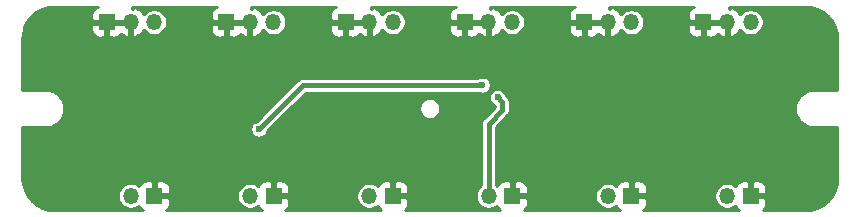
<source format=gbl>
%TF.GenerationSoftware,KiCad,Pcbnew,(5.1.6)-1*%
%TF.CreationDate,2020-09-18T10:34:42+08:00*%
%TF.ProjectId,Nu Multi Board,4e75204d-756c-4746-9920-426f6172642e,rev?*%
%TF.SameCoordinates,Original*%
%TF.FileFunction,Copper,L2,Bot*%
%TF.FilePolarity,Positive*%
%FSLAX46Y46*%
G04 Gerber Fmt 4.6, Leading zero omitted, Abs format (unit mm)*
G04 Created by KiCad (PCBNEW (5.1.6)-1) date 2020-09-18 10:34:42*
%MOMM*%
%LPD*%
G01*
G04 APERTURE LIST*
%TA.AperFunction,ComponentPad*%
%ADD10R,1.350000X1.350000*%
%TD*%
%TA.AperFunction,ComponentPad*%
%ADD11O,1.350000X1.350000*%
%TD*%
%TA.AperFunction,ViaPad*%
%ADD12C,0.600000*%
%TD*%
%TA.AperFunction,Conductor*%
%ADD13C,0.408400*%
%TD*%
%TA.AperFunction,Conductor*%
%ADD14C,0.254000*%
%TD*%
G04 APERTURE END LIST*
D10*
%TO.P,J1,1*%
%TO.N,GND*%
X157610000Y-101470000D03*
D11*
%TO.P,J1,2*%
%TO.N,Net-(J1-Pad2)*%
X155610000Y-101470000D03*
%TD*%
D10*
%TO.P,J2,1*%
%TO.N,GND*%
X153600000Y-86750000D03*
D11*
%TO.P,J2,2*%
X155600000Y-86750000D03*
%TO.P,J2,3*%
%TO.N,V+*%
X157600000Y-86750000D03*
%TD*%
D10*
%TO.P,J3,1*%
%TO.N,GND*%
X147510000Y-101470000D03*
D11*
%TO.P,J3,2*%
%TO.N,Net-(J13-Pad6)*%
X145510000Y-101470000D03*
%TD*%
D10*
%TO.P,J4,1*%
%TO.N,GND*%
X143500000Y-86750000D03*
D11*
%TO.P,J4,2*%
X145500000Y-86750000D03*
%TO.P,J4,3*%
%TO.N,V+*%
X147500000Y-86750000D03*
%TD*%
D10*
%TO.P,J5,1*%
%TO.N,GND*%
X137410000Y-101470000D03*
D11*
%TO.P,J5,2*%
%TO.N,Net-(J13-Pad5)*%
X135410000Y-101470000D03*
%TD*%
D10*
%TO.P,J6,1*%
%TO.N,GND*%
X133400000Y-86750000D03*
D11*
%TO.P,J6,2*%
X135400000Y-86750000D03*
%TO.P,J6,3*%
%TO.N,V+*%
X137400000Y-86750000D03*
%TD*%
D10*
%TO.P,J7,1*%
%TO.N,GND*%
X127310000Y-101470000D03*
D11*
%TO.P,J7,2*%
%TO.N,Net-(J13-Pad4)*%
X125310000Y-101470000D03*
%TD*%
D10*
%TO.P,J8,1*%
%TO.N,GND*%
X123300000Y-86750000D03*
D11*
%TO.P,J8,2*%
X125300000Y-86750000D03*
%TO.P,J8,3*%
%TO.N,V+*%
X127300000Y-86750000D03*
%TD*%
D10*
%TO.P,J9,1*%
%TO.N,GND*%
X117210000Y-101470000D03*
D11*
%TO.P,J9,2*%
%TO.N,Net-(J13-Pad3)*%
X115210000Y-101470000D03*
%TD*%
D10*
%TO.P,J10,1*%
%TO.N,GND*%
X113200000Y-86750000D03*
D11*
%TO.P,J10,2*%
X115200000Y-86750000D03*
%TO.P,J10,3*%
%TO.N,V+*%
X117200000Y-86750000D03*
%TD*%
D10*
%TO.P,J11,1*%
%TO.N,GND*%
X167710000Y-101470000D03*
D11*
%TO.P,J11,2*%
%TO.N,Net-(J11-Pad2)*%
X165710000Y-101470000D03*
%TD*%
D10*
%TO.P,J12,1*%
%TO.N,GND*%
X163700000Y-86750000D03*
D11*
%TO.P,J12,2*%
X165700000Y-86750000D03*
%TO.P,J12,3*%
%TO.N,V+*%
X167700000Y-86750000D03*
%TD*%
D12*
%TO.N,Net-(J13-Pad6)*%
X146270000Y-93120000D03*
%TO.N,Net-(J13-Pad4)*%
X144970000Y-92090000D03*
X126070000Y-95820000D03*
%TD*%
D13*
%TO.N,Net-(J13-Pad6)*%
X145510000Y-101470000D02*
X145510000Y-95360000D01*
X146690000Y-93540000D02*
X146270000Y-93120000D01*
X146690000Y-94180000D02*
X146690000Y-93540000D01*
X145510000Y-95360000D02*
X146690000Y-94180000D01*
%TO.N,Net-(J13-Pad4)*%
X129800000Y-92090000D02*
X144970000Y-92090000D01*
X126070000Y-95820000D02*
X129800000Y-92090000D01*
%TD*%
D14*
%TO.N,GND*%
G36*
X112400518Y-85449188D02*
G01*
X112280820Y-85485498D01*
X112170506Y-85544463D01*
X112073815Y-85623815D01*
X111994463Y-85720506D01*
X111935498Y-85830820D01*
X111899188Y-85950518D01*
X111886928Y-86075000D01*
X111890000Y-86464250D01*
X112048750Y-86623000D01*
X113073000Y-86623000D01*
X113073000Y-86603000D01*
X113327000Y-86603000D01*
X113327000Y-86623000D01*
X115073000Y-86623000D01*
X115073000Y-86603000D01*
X115327000Y-86603000D01*
X115327000Y-86623000D01*
X115347000Y-86623000D01*
X115347000Y-86877000D01*
X115327000Y-86877000D01*
X115327000Y-87894224D01*
X115529400Y-88017910D01*
X115630528Y-87987238D01*
X115863629Y-87879473D01*
X116071227Y-87728303D01*
X116245344Y-87539537D01*
X116320281Y-87416955D01*
X116344021Y-87452484D01*
X116497516Y-87605979D01*
X116678007Y-87726580D01*
X116878558Y-87809651D01*
X117091462Y-87852000D01*
X117308538Y-87852000D01*
X117521442Y-87809651D01*
X117721993Y-87726580D01*
X117902484Y-87605979D01*
X118055979Y-87452484D01*
X118074343Y-87425000D01*
X121986928Y-87425000D01*
X121999188Y-87549482D01*
X122035498Y-87669180D01*
X122094463Y-87779494D01*
X122173815Y-87876185D01*
X122270506Y-87955537D01*
X122380820Y-88014502D01*
X122500518Y-88050812D01*
X122625000Y-88063072D01*
X123014250Y-88060000D01*
X123173000Y-87901250D01*
X123173000Y-86877000D01*
X123427000Y-86877000D01*
X123427000Y-87901250D01*
X123585750Y-88060000D01*
X123975000Y-88063072D01*
X124099482Y-88050812D01*
X124219180Y-88014502D01*
X124329494Y-87955537D01*
X124426185Y-87876185D01*
X124503119Y-87782441D01*
X124636371Y-87879473D01*
X124869472Y-87987238D01*
X124970600Y-88017910D01*
X125173000Y-87894224D01*
X125173000Y-86877000D01*
X123427000Y-86877000D01*
X123173000Y-86877000D01*
X122148750Y-86877000D01*
X121990000Y-87035750D01*
X121986928Y-87425000D01*
X118074343Y-87425000D01*
X118176580Y-87271993D01*
X118259651Y-87071442D01*
X118302000Y-86858538D01*
X118302000Y-86641462D01*
X118259651Y-86428558D01*
X118176580Y-86228007D01*
X118055979Y-86047516D01*
X117902484Y-85894021D01*
X117721993Y-85773420D01*
X117521442Y-85690349D01*
X117308538Y-85648000D01*
X117091462Y-85648000D01*
X116878558Y-85690349D01*
X116678007Y-85773420D01*
X116497516Y-85894021D01*
X116344021Y-86047516D01*
X116320281Y-86083045D01*
X116245344Y-85960463D01*
X116071227Y-85771697D01*
X115863629Y-85620527D01*
X115630528Y-85512762D01*
X115529400Y-85482090D01*
X115327002Y-85605775D01*
X115327002Y-85447000D01*
X122522734Y-85447000D01*
X122500518Y-85449188D01*
X122380820Y-85485498D01*
X122270506Y-85544463D01*
X122173815Y-85623815D01*
X122094463Y-85720506D01*
X122035498Y-85830820D01*
X121999188Y-85950518D01*
X121986928Y-86075000D01*
X121990000Y-86464250D01*
X122148750Y-86623000D01*
X123173000Y-86623000D01*
X123173000Y-86603000D01*
X123427000Y-86603000D01*
X123427000Y-86623000D01*
X125173000Y-86623000D01*
X125173000Y-86603000D01*
X125427000Y-86603000D01*
X125427000Y-86623000D01*
X125447000Y-86623000D01*
X125447000Y-86877000D01*
X125427000Y-86877000D01*
X125427000Y-87894224D01*
X125629400Y-88017910D01*
X125730528Y-87987238D01*
X125963629Y-87879473D01*
X126171227Y-87728303D01*
X126345344Y-87539537D01*
X126420281Y-87416955D01*
X126444021Y-87452484D01*
X126597516Y-87605979D01*
X126778007Y-87726580D01*
X126978558Y-87809651D01*
X127191462Y-87852000D01*
X127408538Y-87852000D01*
X127621442Y-87809651D01*
X127821993Y-87726580D01*
X128002484Y-87605979D01*
X128155979Y-87452484D01*
X128174343Y-87425000D01*
X132086928Y-87425000D01*
X132099188Y-87549482D01*
X132135498Y-87669180D01*
X132194463Y-87779494D01*
X132273815Y-87876185D01*
X132370506Y-87955537D01*
X132480820Y-88014502D01*
X132600518Y-88050812D01*
X132725000Y-88063072D01*
X133114250Y-88060000D01*
X133273000Y-87901250D01*
X133273000Y-86877000D01*
X133527000Y-86877000D01*
X133527000Y-87901250D01*
X133685750Y-88060000D01*
X134075000Y-88063072D01*
X134199482Y-88050812D01*
X134319180Y-88014502D01*
X134429494Y-87955537D01*
X134526185Y-87876185D01*
X134603119Y-87782441D01*
X134736371Y-87879473D01*
X134969472Y-87987238D01*
X135070600Y-88017910D01*
X135273000Y-87894224D01*
X135273000Y-86877000D01*
X133527000Y-86877000D01*
X133273000Y-86877000D01*
X132248750Y-86877000D01*
X132090000Y-87035750D01*
X132086928Y-87425000D01*
X128174343Y-87425000D01*
X128276580Y-87271993D01*
X128359651Y-87071442D01*
X128402000Y-86858538D01*
X128402000Y-86641462D01*
X128359651Y-86428558D01*
X128276580Y-86228007D01*
X128155979Y-86047516D01*
X128002484Y-85894021D01*
X127821993Y-85773420D01*
X127621442Y-85690349D01*
X127408538Y-85648000D01*
X127191462Y-85648000D01*
X126978558Y-85690349D01*
X126778007Y-85773420D01*
X126597516Y-85894021D01*
X126444021Y-86047516D01*
X126420281Y-86083045D01*
X126345344Y-85960463D01*
X126171227Y-85771697D01*
X125963629Y-85620527D01*
X125730528Y-85512762D01*
X125629400Y-85482090D01*
X125427002Y-85605775D01*
X125427002Y-85447000D01*
X132622734Y-85447000D01*
X132600518Y-85449188D01*
X132480820Y-85485498D01*
X132370506Y-85544463D01*
X132273815Y-85623815D01*
X132194463Y-85720506D01*
X132135498Y-85830820D01*
X132099188Y-85950518D01*
X132086928Y-86075000D01*
X132090000Y-86464250D01*
X132248750Y-86623000D01*
X133273000Y-86623000D01*
X133273000Y-86603000D01*
X133527000Y-86603000D01*
X133527000Y-86623000D01*
X135273000Y-86623000D01*
X135273000Y-86603000D01*
X135527000Y-86603000D01*
X135527000Y-86623000D01*
X135547000Y-86623000D01*
X135547000Y-86877000D01*
X135527000Y-86877000D01*
X135527000Y-87894224D01*
X135729400Y-88017910D01*
X135830528Y-87987238D01*
X136063629Y-87879473D01*
X136271227Y-87728303D01*
X136445344Y-87539537D01*
X136520281Y-87416955D01*
X136544021Y-87452484D01*
X136697516Y-87605979D01*
X136878007Y-87726580D01*
X137078558Y-87809651D01*
X137291462Y-87852000D01*
X137508538Y-87852000D01*
X137721442Y-87809651D01*
X137921993Y-87726580D01*
X138102484Y-87605979D01*
X138255979Y-87452484D01*
X138274343Y-87425000D01*
X142186928Y-87425000D01*
X142199188Y-87549482D01*
X142235498Y-87669180D01*
X142294463Y-87779494D01*
X142373815Y-87876185D01*
X142470506Y-87955537D01*
X142580820Y-88014502D01*
X142700518Y-88050812D01*
X142825000Y-88063072D01*
X143214250Y-88060000D01*
X143373000Y-87901250D01*
X143373000Y-86877000D01*
X143627000Y-86877000D01*
X143627000Y-87901250D01*
X143785750Y-88060000D01*
X144175000Y-88063072D01*
X144299482Y-88050812D01*
X144419180Y-88014502D01*
X144529494Y-87955537D01*
X144626185Y-87876185D01*
X144703119Y-87782441D01*
X144836371Y-87879473D01*
X145069472Y-87987238D01*
X145170600Y-88017910D01*
X145373000Y-87894224D01*
X145373000Y-86877000D01*
X143627000Y-86877000D01*
X143373000Y-86877000D01*
X142348750Y-86877000D01*
X142190000Y-87035750D01*
X142186928Y-87425000D01*
X138274343Y-87425000D01*
X138376580Y-87271993D01*
X138459651Y-87071442D01*
X138502000Y-86858538D01*
X138502000Y-86641462D01*
X138459651Y-86428558D01*
X138376580Y-86228007D01*
X138255979Y-86047516D01*
X138102484Y-85894021D01*
X137921993Y-85773420D01*
X137721442Y-85690349D01*
X137508538Y-85648000D01*
X137291462Y-85648000D01*
X137078558Y-85690349D01*
X136878007Y-85773420D01*
X136697516Y-85894021D01*
X136544021Y-86047516D01*
X136520281Y-86083045D01*
X136445344Y-85960463D01*
X136271227Y-85771697D01*
X136063629Y-85620527D01*
X135830528Y-85512762D01*
X135729400Y-85482090D01*
X135527002Y-85605775D01*
X135527002Y-85447000D01*
X142722734Y-85447000D01*
X142700518Y-85449188D01*
X142580820Y-85485498D01*
X142470506Y-85544463D01*
X142373815Y-85623815D01*
X142294463Y-85720506D01*
X142235498Y-85830820D01*
X142199188Y-85950518D01*
X142186928Y-86075000D01*
X142190000Y-86464250D01*
X142348750Y-86623000D01*
X143373000Y-86623000D01*
X143373000Y-86603000D01*
X143627000Y-86603000D01*
X143627000Y-86623000D01*
X145373000Y-86623000D01*
X145373000Y-86603000D01*
X145627000Y-86603000D01*
X145627000Y-86623000D01*
X145647000Y-86623000D01*
X145647000Y-86877000D01*
X145627000Y-86877000D01*
X145627000Y-87894224D01*
X145829400Y-88017910D01*
X145930528Y-87987238D01*
X146163629Y-87879473D01*
X146371227Y-87728303D01*
X146545344Y-87539537D01*
X146620281Y-87416955D01*
X146644021Y-87452484D01*
X146797516Y-87605979D01*
X146978007Y-87726580D01*
X147178558Y-87809651D01*
X147391462Y-87852000D01*
X147608538Y-87852000D01*
X147821442Y-87809651D01*
X148021993Y-87726580D01*
X148202484Y-87605979D01*
X148355979Y-87452484D01*
X148374343Y-87425000D01*
X152286928Y-87425000D01*
X152299188Y-87549482D01*
X152335498Y-87669180D01*
X152394463Y-87779494D01*
X152473815Y-87876185D01*
X152570506Y-87955537D01*
X152680820Y-88014502D01*
X152800518Y-88050812D01*
X152925000Y-88063072D01*
X153314250Y-88060000D01*
X153473000Y-87901250D01*
X153473000Y-86877000D01*
X153727000Y-86877000D01*
X153727000Y-87901250D01*
X153885750Y-88060000D01*
X154275000Y-88063072D01*
X154399482Y-88050812D01*
X154519180Y-88014502D01*
X154629494Y-87955537D01*
X154726185Y-87876185D01*
X154803119Y-87782441D01*
X154936371Y-87879473D01*
X155169472Y-87987238D01*
X155270600Y-88017910D01*
X155473000Y-87894224D01*
X155473000Y-86877000D01*
X153727000Y-86877000D01*
X153473000Y-86877000D01*
X152448750Y-86877000D01*
X152290000Y-87035750D01*
X152286928Y-87425000D01*
X148374343Y-87425000D01*
X148476580Y-87271993D01*
X148559651Y-87071442D01*
X148602000Y-86858538D01*
X148602000Y-86641462D01*
X148559651Y-86428558D01*
X148476580Y-86228007D01*
X148355979Y-86047516D01*
X148202484Y-85894021D01*
X148021993Y-85773420D01*
X147821442Y-85690349D01*
X147608538Y-85648000D01*
X147391462Y-85648000D01*
X147178558Y-85690349D01*
X146978007Y-85773420D01*
X146797516Y-85894021D01*
X146644021Y-86047516D01*
X146620281Y-86083045D01*
X146545344Y-85960463D01*
X146371227Y-85771697D01*
X146163629Y-85620527D01*
X145930528Y-85512762D01*
X145829400Y-85482090D01*
X145627002Y-85605775D01*
X145627002Y-85447000D01*
X152822734Y-85447000D01*
X152800518Y-85449188D01*
X152680820Y-85485498D01*
X152570506Y-85544463D01*
X152473815Y-85623815D01*
X152394463Y-85720506D01*
X152335498Y-85830820D01*
X152299188Y-85950518D01*
X152286928Y-86075000D01*
X152290000Y-86464250D01*
X152448750Y-86623000D01*
X153473000Y-86623000D01*
X153473000Y-86603000D01*
X153727000Y-86603000D01*
X153727000Y-86623000D01*
X155473000Y-86623000D01*
X155473000Y-86603000D01*
X155727000Y-86603000D01*
X155727000Y-86623000D01*
X155747000Y-86623000D01*
X155747000Y-86877000D01*
X155727000Y-86877000D01*
X155727000Y-87894224D01*
X155929400Y-88017910D01*
X156030528Y-87987238D01*
X156263629Y-87879473D01*
X156471227Y-87728303D01*
X156645344Y-87539537D01*
X156720281Y-87416955D01*
X156744021Y-87452484D01*
X156897516Y-87605979D01*
X157078007Y-87726580D01*
X157278558Y-87809651D01*
X157491462Y-87852000D01*
X157708538Y-87852000D01*
X157921442Y-87809651D01*
X158121993Y-87726580D01*
X158302484Y-87605979D01*
X158455979Y-87452484D01*
X158474343Y-87425000D01*
X162386928Y-87425000D01*
X162399188Y-87549482D01*
X162435498Y-87669180D01*
X162494463Y-87779494D01*
X162573815Y-87876185D01*
X162670506Y-87955537D01*
X162780820Y-88014502D01*
X162900518Y-88050812D01*
X163025000Y-88063072D01*
X163414250Y-88060000D01*
X163573000Y-87901250D01*
X163573000Y-86877000D01*
X163827000Y-86877000D01*
X163827000Y-87901250D01*
X163985750Y-88060000D01*
X164375000Y-88063072D01*
X164499482Y-88050812D01*
X164619180Y-88014502D01*
X164729494Y-87955537D01*
X164826185Y-87876185D01*
X164903119Y-87782441D01*
X165036371Y-87879473D01*
X165269472Y-87987238D01*
X165370600Y-88017910D01*
X165573000Y-87894224D01*
X165573000Y-86877000D01*
X163827000Y-86877000D01*
X163573000Y-86877000D01*
X162548750Y-86877000D01*
X162390000Y-87035750D01*
X162386928Y-87425000D01*
X158474343Y-87425000D01*
X158576580Y-87271993D01*
X158659651Y-87071442D01*
X158702000Y-86858538D01*
X158702000Y-86641462D01*
X158659651Y-86428558D01*
X158576580Y-86228007D01*
X158455979Y-86047516D01*
X158302484Y-85894021D01*
X158121993Y-85773420D01*
X157921442Y-85690349D01*
X157708538Y-85648000D01*
X157491462Y-85648000D01*
X157278558Y-85690349D01*
X157078007Y-85773420D01*
X156897516Y-85894021D01*
X156744021Y-86047516D01*
X156720281Y-86083045D01*
X156645344Y-85960463D01*
X156471227Y-85771697D01*
X156263629Y-85620527D01*
X156030528Y-85512762D01*
X155929400Y-85482090D01*
X155727002Y-85605775D01*
X155727002Y-85447000D01*
X162922734Y-85447000D01*
X162900518Y-85449188D01*
X162780820Y-85485498D01*
X162670506Y-85544463D01*
X162573815Y-85623815D01*
X162494463Y-85720506D01*
X162435498Y-85830820D01*
X162399188Y-85950518D01*
X162386928Y-86075000D01*
X162390000Y-86464250D01*
X162548750Y-86623000D01*
X163573000Y-86623000D01*
X163573000Y-86603000D01*
X163827000Y-86603000D01*
X163827000Y-86623000D01*
X165573000Y-86623000D01*
X165573000Y-86603000D01*
X165827000Y-86603000D01*
X165827000Y-86623000D01*
X165847000Y-86623000D01*
X165847000Y-86877000D01*
X165827000Y-86877000D01*
X165827000Y-87894224D01*
X166029400Y-88017910D01*
X166130528Y-87987238D01*
X166363629Y-87879473D01*
X166571227Y-87728303D01*
X166745344Y-87539537D01*
X166820281Y-87416955D01*
X166844021Y-87452484D01*
X166997516Y-87605979D01*
X167178007Y-87726580D01*
X167378558Y-87809651D01*
X167591462Y-87852000D01*
X167808538Y-87852000D01*
X168021442Y-87809651D01*
X168221993Y-87726580D01*
X168402484Y-87605979D01*
X168555979Y-87452484D01*
X168676580Y-87271993D01*
X168759651Y-87071442D01*
X168802000Y-86858538D01*
X168802000Y-86641462D01*
X168759651Y-86428558D01*
X168676580Y-86228007D01*
X168555979Y-86047516D01*
X168402484Y-85894021D01*
X168221993Y-85773420D01*
X168021442Y-85690349D01*
X167808538Y-85648000D01*
X167591462Y-85648000D01*
X167378558Y-85690349D01*
X167178007Y-85773420D01*
X166997516Y-85894021D01*
X166844021Y-86047516D01*
X166820281Y-86083045D01*
X166745344Y-85960463D01*
X166571227Y-85771697D01*
X166363629Y-85620527D01*
X166130528Y-85512762D01*
X166029400Y-85482090D01*
X165827002Y-85605775D01*
X165827002Y-85447000D01*
X172256676Y-85447000D01*
X172818163Y-85502055D01*
X173335838Y-85658349D01*
X173813291Y-85912216D01*
X174232337Y-86253982D01*
X174577025Y-86670638D01*
X174834217Y-87146303D01*
X174994122Y-87662872D01*
X175053001Y-88223071D01*
X175053000Y-92493000D01*
X173006577Y-92493000D01*
X172982381Y-92495383D01*
X172968094Y-92495383D01*
X172961470Y-92496080D01*
X172748125Y-92520011D01*
X172705819Y-92529003D01*
X172663430Y-92537396D01*
X172657071Y-92539365D01*
X172657065Y-92539366D01*
X172657059Y-92539368D01*
X172452434Y-92604279D01*
X172412682Y-92621316D01*
X172372727Y-92637784D01*
X172366868Y-92640952D01*
X172178740Y-92744376D01*
X172143049Y-92768814D01*
X172107058Y-92792726D01*
X172101933Y-92796966D01*
X172101926Y-92796971D01*
X172101921Y-92796977D01*
X171937470Y-92934967D01*
X171907200Y-92965877D01*
X171876545Y-92996318D01*
X171872341Y-93001474D01*
X171872335Y-93001480D01*
X171872331Y-93001487D01*
X171737815Y-93168790D01*
X171714132Y-93204981D01*
X171689966Y-93240808D01*
X171686839Y-93246689D01*
X171587378Y-93436942D01*
X171571179Y-93477035D01*
X171554430Y-93516879D01*
X171552505Y-93523255D01*
X171491891Y-93729204D01*
X171483783Y-93771709D01*
X171475097Y-93814021D01*
X171474447Y-93820649D01*
X171454990Y-94034448D01*
X171455292Y-94077712D01*
X171454990Y-94120910D01*
X171455640Y-94127538D01*
X171478080Y-94341045D01*
X171486772Y-94383388D01*
X171494874Y-94425865D01*
X171496798Y-94432234D01*
X171496799Y-94432238D01*
X171496800Y-94432240D01*
X171560284Y-94637321D01*
X171577025Y-94677148D01*
X171593231Y-94717259D01*
X171596357Y-94723136D01*
X171596359Y-94723141D01*
X171596362Y-94723145D01*
X171698466Y-94911984D01*
X171722633Y-94947813D01*
X171746313Y-94984001D01*
X171750523Y-94989162D01*
X171887366Y-95154578D01*
X171918086Y-95185085D01*
X171948293Y-95215932D01*
X171953413Y-95220167D01*
X171953422Y-95220176D01*
X171953432Y-95220182D01*
X172119792Y-95355862D01*
X172155826Y-95379803D01*
X172191472Y-95404211D01*
X172197330Y-95407379D01*
X172386884Y-95508167D01*
X172426861Y-95524644D01*
X172466592Y-95541673D01*
X172472951Y-95543641D01*
X172472957Y-95543643D01*
X172678474Y-95605692D01*
X172720865Y-95614086D01*
X172763172Y-95623079D01*
X172769794Y-95623775D01*
X172769796Y-95623775D01*
X172983454Y-95644724D01*
X172983469Y-95644724D01*
X173006577Y-95647000D01*
X175053001Y-95647000D01*
X175053000Y-99896675D01*
X174997945Y-100458168D01*
X174841651Y-100975839D01*
X174587786Y-101453288D01*
X174246018Y-101872338D01*
X173829364Y-102217024D01*
X173353697Y-102474217D01*
X172837128Y-102634122D01*
X172276938Y-102693000D01*
X168706824Y-102693000D01*
X168739494Y-102675537D01*
X168836185Y-102596185D01*
X168915537Y-102499494D01*
X168974502Y-102389180D01*
X169010812Y-102269482D01*
X169023072Y-102145000D01*
X169020000Y-101755750D01*
X168861250Y-101597000D01*
X167837000Y-101597000D01*
X167837000Y-101617000D01*
X167583000Y-101617000D01*
X167583000Y-101597000D01*
X167563000Y-101597000D01*
X167563000Y-101343000D01*
X167583000Y-101343000D01*
X167583000Y-100318750D01*
X167837000Y-100318750D01*
X167837000Y-101343000D01*
X168861250Y-101343000D01*
X169020000Y-101184250D01*
X169023072Y-100795000D01*
X169010812Y-100670518D01*
X168974502Y-100550820D01*
X168915537Y-100440506D01*
X168836185Y-100343815D01*
X168739494Y-100264463D01*
X168629180Y-100205498D01*
X168509482Y-100169188D01*
X168385000Y-100156928D01*
X167995750Y-100160000D01*
X167837000Y-100318750D01*
X167583000Y-100318750D01*
X167424250Y-100160000D01*
X167035000Y-100156928D01*
X166910518Y-100169188D01*
X166790820Y-100205498D01*
X166680506Y-100264463D01*
X166583815Y-100343815D01*
X166504463Y-100440506D01*
X166445498Y-100550820D01*
X166423104Y-100624641D01*
X166412484Y-100614021D01*
X166231993Y-100493420D01*
X166031442Y-100410349D01*
X165818538Y-100368000D01*
X165601462Y-100368000D01*
X165388558Y-100410349D01*
X165188007Y-100493420D01*
X165007516Y-100614021D01*
X164854021Y-100767516D01*
X164733420Y-100948007D01*
X164650349Y-101148558D01*
X164608000Y-101361462D01*
X164608000Y-101578538D01*
X164650349Y-101791442D01*
X164733420Y-101991993D01*
X164854021Y-102172484D01*
X165007516Y-102325979D01*
X165188007Y-102446580D01*
X165388558Y-102529651D01*
X165601462Y-102572000D01*
X165818538Y-102572000D01*
X166031442Y-102529651D01*
X166231993Y-102446580D01*
X166412484Y-102325979D01*
X166423104Y-102315359D01*
X166445498Y-102389180D01*
X166504463Y-102499494D01*
X166583815Y-102596185D01*
X166680506Y-102675537D01*
X166713176Y-102693000D01*
X158606824Y-102693000D01*
X158639494Y-102675537D01*
X158736185Y-102596185D01*
X158815537Y-102499494D01*
X158874502Y-102389180D01*
X158910812Y-102269482D01*
X158923072Y-102145000D01*
X158920000Y-101755750D01*
X158761250Y-101597000D01*
X157737000Y-101597000D01*
X157737000Y-101617000D01*
X157483000Y-101617000D01*
X157483000Y-101597000D01*
X157463000Y-101597000D01*
X157463000Y-101343000D01*
X157483000Y-101343000D01*
X157483000Y-100318750D01*
X157737000Y-100318750D01*
X157737000Y-101343000D01*
X158761250Y-101343000D01*
X158920000Y-101184250D01*
X158923072Y-100795000D01*
X158910812Y-100670518D01*
X158874502Y-100550820D01*
X158815537Y-100440506D01*
X158736185Y-100343815D01*
X158639494Y-100264463D01*
X158529180Y-100205498D01*
X158409482Y-100169188D01*
X158285000Y-100156928D01*
X157895750Y-100160000D01*
X157737000Y-100318750D01*
X157483000Y-100318750D01*
X157324250Y-100160000D01*
X156935000Y-100156928D01*
X156810518Y-100169188D01*
X156690820Y-100205498D01*
X156580506Y-100264463D01*
X156483815Y-100343815D01*
X156404463Y-100440506D01*
X156345498Y-100550820D01*
X156323104Y-100624641D01*
X156312484Y-100614021D01*
X156131993Y-100493420D01*
X155931442Y-100410349D01*
X155718538Y-100368000D01*
X155501462Y-100368000D01*
X155288558Y-100410349D01*
X155088007Y-100493420D01*
X154907516Y-100614021D01*
X154754021Y-100767516D01*
X154633420Y-100948007D01*
X154550349Y-101148558D01*
X154508000Y-101361462D01*
X154508000Y-101578538D01*
X154550349Y-101791442D01*
X154633420Y-101991993D01*
X154754021Y-102172484D01*
X154907516Y-102325979D01*
X155088007Y-102446580D01*
X155288558Y-102529651D01*
X155501462Y-102572000D01*
X155718538Y-102572000D01*
X155931442Y-102529651D01*
X156131993Y-102446580D01*
X156312484Y-102325979D01*
X156323104Y-102315359D01*
X156345498Y-102389180D01*
X156404463Y-102499494D01*
X156483815Y-102596185D01*
X156580506Y-102675537D01*
X156613176Y-102693000D01*
X148506824Y-102693000D01*
X148539494Y-102675537D01*
X148636185Y-102596185D01*
X148715537Y-102499494D01*
X148774502Y-102389180D01*
X148810812Y-102269482D01*
X148823072Y-102145000D01*
X148820000Y-101755750D01*
X148661250Y-101597000D01*
X147637000Y-101597000D01*
X147637000Y-101617000D01*
X147383000Y-101617000D01*
X147383000Y-101597000D01*
X147363000Y-101597000D01*
X147363000Y-101343000D01*
X147383000Y-101343000D01*
X147383000Y-100318750D01*
X147637000Y-100318750D01*
X147637000Y-101343000D01*
X148661250Y-101343000D01*
X148820000Y-101184250D01*
X148823072Y-100795000D01*
X148810812Y-100670518D01*
X148774502Y-100550820D01*
X148715537Y-100440506D01*
X148636185Y-100343815D01*
X148539494Y-100264463D01*
X148429180Y-100205498D01*
X148309482Y-100169188D01*
X148185000Y-100156928D01*
X147795750Y-100160000D01*
X147637000Y-100318750D01*
X147383000Y-100318750D01*
X147224250Y-100160000D01*
X146835000Y-100156928D01*
X146710518Y-100169188D01*
X146590820Y-100205498D01*
X146480506Y-100264463D01*
X146383815Y-100343815D01*
X146304463Y-100440506D01*
X146245498Y-100550820D01*
X146223104Y-100624641D01*
X146212484Y-100614021D01*
X146141200Y-100566390D01*
X146141200Y-95621450D01*
X147114399Y-94648252D01*
X147138485Y-94628485D01*
X147217363Y-94532373D01*
X147275974Y-94422718D01*
X147312067Y-94303737D01*
X147321200Y-94211008D01*
X147321200Y-94211001D01*
X147324253Y-94180001D01*
X147321200Y-94149001D01*
X147321200Y-93571000D01*
X147324253Y-93540000D01*
X147321200Y-93509000D01*
X147321200Y-93508992D01*
X147312067Y-93416263D01*
X147275974Y-93297282D01*
X147217363Y-93187627D01*
X147138485Y-93091515D01*
X147114393Y-93071743D01*
X146973648Y-92930998D01*
X146969062Y-92907942D01*
X146914259Y-92775636D01*
X146834698Y-92656564D01*
X146733436Y-92555302D01*
X146614364Y-92475741D01*
X146482058Y-92420938D01*
X146341603Y-92393000D01*
X146198397Y-92393000D01*
X146057942Y-92420938D01*
X145925636Y-92475741D01*
X145806564Y-92555302D01*
X145705302Y-92656564D01*
X145625741Y-92775636D01*
X145570938Y-92907942D01*
X145543000Y-93048397D01*
X145543000Y-93191603D01*
X145570938Y-93332058D01*
X145625741Y-93464364D01*
X145705302Y-93583436D01*
X145806564Y-93684698D01*
X145925636Y-93764259D01*
X146057942Y-93819062D01*
X146058800Y-93819233D01*
X146058800Y-93918549D01*
X145085602Y-94891748D01*
X145061516Y-94911515D01*
X145041749Y-94935601D01*
X144982637Y-95007628D01*
X144924027Y-95117282D01*
X144887933Y-95236264D01*
X144875747Y-95360000D01*
X144878801Y-95391010D01*
X144878800Y-100566390D01*
X144807516Y-100614021D01*
X144654021Y-100767516D01*
X144533420Y-100948007D01*
X144450349Y-101148558D01*
X144408000Y-101361462D01*
X144408000Y-101578538D01*
X144450349Y-101791442D01*
X144533420Y-101991993D01*
X144654021Y-102172484D01*
X144807516Y-102325979D01*
X144988007Y-102446580D01*
X145188558Y-102529651D01*
X145401462Y-102572000D01*
X145618538Y-102572000D01*
X145831442Y-102529651D01*
X146031993Y-102446580D01*
X146212484Y-102325979D01*
X146223104Y-102315359D01*
X146245498Y-102389180D01*
X146304463Y-102499494D01*
X146383815Y-102596185D01*
X146480506Y-102675537D01*
X146513176Y-102693000D01*
X138406824Y-102693000D01*
X138439494Y-102675537D01*
X138536185Y-102596185D01*
X138615537Y-102499494D01*
X138674502Y-102389180D01*
X138710812Y-102269482D01*
X138723072Y-102145000D01*
X138720000Y-101755750D01*
X138561250Y-101597000D01*
X137537000Y-101597000D01*
X137537000Y-101617000D01*
X137283000Y-101617000D01*
X137283000Y-101597000D01*
X137263000Y-101597000D01*
X137263000Y-101343000D01*
X137283000Y-101343000D01*
X137283000Y-100318750D01*
X137537000Y-100318750D01*
X137537000Y-101343000D01*
X138561250Y-101343000D01*
X138720000Y-101184250D01*
X138723072Y-100795000D01*
X138710812Y-100670518D01*
X138674502Y-100550820D01*
X138615537Y-100440506D01*
X138536185Y-100343815D01*
X138439494Y-100264463D01*
X138329180Y-100205498D01*
X138209482Y-100169188D01*
X138085000Y-100156928D01*
X137695750Y-100160000D01*
X137537000Y-100318750D01*
X137283000Y-100318750D01*
X137124250Y-100160000D01*
X136735000Y-100156928D01*
X136610518Y-100169188D01*
X136490820Y-100205498D01*
X136380506Y-100264463D01*
X136283815Y-100343815D01*
X136204463Y-100440506D01*
X136145498Y-100550820D01*
X136123104Y-100624641D01*
X136112484Y-100614021D01*
X135931993Y-100493420D01*
X135731442Y-100410349D01*
X135518538Y-100368000D01*
X135301462Y-100368000D01*
X135088558Y-100410349D01*
X134888007Y-100493420D01*
X134707516Y-100614021D01*
X134554021Y-100767516D01*
X134433420Y-100948007D01*
X134350349Y-101148558D01*
X134308000Y-101361462D01*
X134308000Y-101578538D01*
X134350349Y-101791442D01*
X134433420Y-101991993D01*
X134554021Y-102172484D01*
X134707516Y-102325979D01*
X134888007Y-102446580D01*
X135088558Y-102529651D01*
X135301462Y-102572000D01*
X135518538Y-102572000D01*
X135731442Y-102529651D01*
X135931993Y-102446580D01*
X136112484Y-102325979D01*
X136123104Y-102315359D01*
X136145498Y-102389180D01*
X136204463Y-102499494D01*
X136283815Y-102596185D01*
X136380506Y-102675537D01*
X136413176Y-102693000D01*
X128306824Y-102693000D01*
X128339494Y-102675537D01*
X128436185Y-102596185D01*
X128515537Y-102499494D01*
X128574502Y-102389180D01*
X128610812Y-102269482D01*
X128623072Y-102145000D01*
X128620000Y-101755750D01*
X128461250Y-101597000D01*
X127437000Y-101597000D01*
X127437000Y-101617000D01*
X127183000Y-101617000D01*
X127183000Y-101597000D01*
X127163000Y-101597000D01*
X127163000Y-101343000D01*
X127183000Y-101343000D01*
X127183000Y-100318750D01*
X127437000Y-100318750D01*
X127437000Y-101343000D01*
X128461250Y-101343000D01*
X128620000Y-101184250D01*
X128623072Y-100795000D01*
X128610812Y-100670518D01*
X128574502Y-100550820D01*
X128515537Y-100440506D01*
X128436185Y-100343815D01*
X128339494Y-100264463D01*
X128229180Y-100205498D01*
X128109482Y-100169188D01*
X127985000Y-100156928D01*
X127595750Y-100160000D01*
X127437000Y-100318750D01*
X127183000Y-100318750D01*
X127024250Y-100160000D01*
X126635000Y-100156928D01*
X126510518Y-100169188D01*
X126390820Y-100205498D01*
X126280506Y-100264463D01*
X126183815Y-100343815D01*
X126104463Y-100440506D01*
X126045498Y-100550820D01*
X126023104Y-100624641D01*
X126012484Y-100614021D01*
X125831993Y-100493420D01*
X125631442Y-100410349D01*
X125418538Y-100368000D01*
X125201462Y-100368000D01*
X124988558Y-100410349D01*
X124788007Y-100493420D01*
X124607516Y-100614021D01*
X124454021Y-100767516D01*
X124333420Y-100948007D01*
X124250349Y-101148558D01*
X124208000Y-101361462D01*
X124208000Y-101578538D01*
X124250349Y-101791442D01*
X124333420Y-101991993D01*
X124454021Y-102172484D01*
X124607516Y-102325979D01*
X124788007Y-102446580D01*
X124988558Y-102529651D01*
X125201462Y-102572000D01*
X125418538Y-102572000D01*
X125631442Y-102529651D01*
X125831993Y-102446580D01*
X126012484Y-102325979D01*
X126023104Y-102315359D01*
X126045498Y-102389180D01*
X126104463Y-102499494D01*
X126183815Y-102596185D01*
X126280506Y-102675537D01*
X126313176Y-102693000D01*
X118206824Y-102693000D01*
X118239494Y-102675537D01*
X118336185Y-102596185D01*
X118415537Y-102499494D01*
X118474502Y-102389180D01*
X118510812Y-102269482D01*
X118523072Y-102145000D01*
X118520000Y-101755750D01*
X118361250Y-101597000D01*
X117337000Y-101597000D01*
X117337000Y-101617000D01*
X117083000Y-101617000D01*
X117083000Y-101597000D01*
X117063000Y-101597000D01*
X117063000Y-101343000D01*
X117083000Y-101343000D01*
X117083000Y-100318750D01*
X117337000Y-100318750D01*
X117337000Y-101343000D01*
X118361250Y-101343000D01*
X118520000Y-101184250D01*
X118523072Y-100795000D01*
X118510812Y-100670518D01*
X118474502Y-100550820D01*
X118415537Y-100440506D01*
X118336185Y-100343815D01*
X118239494Y-100264463D01*
X118129180Y-100205498D01*
X118009482Y-100169188D01*
X117885000Y-100156928D01*
X117495750Y-100160000D01*
X117337000Y-100318750D01*
X117083000Y-100318750D01*
X116924250Y-100160000D01*
X116535000Y-100156928D01*
X116410518Y-100169188D01*
X116290820Y-100205498D01*
X116180506Y-100264463D01*
X116083815Y-100343815D01*
X116004463Y-100440506D01*
X115945498Y-100550820D01*
X115923104Y-100624641D01*
X115912484Y-100614021D01*
X115731993Y-100493420D01*
X115531442Y-100410349D01*
X115318538Y-100368000D01*
X115101462Y-100368000D01*
X114888558Y-100410349D01*
X114688007Y-100493420D01*
X114507516Y-100614021D01*
X114354021Y-100767516D01*
X114233420Y-100948007D01*
X114150349Y-101148558D01*
X114108000Y-101361462D01*
X114108000Y-101578538D01*
X114150349Y-101791442D01*
X114233420Y-101991993D01*
X114354021Y-102172484D01*
X114507516Y-102325979D01*
X114688007Y-102446580D01*
X114888558Y-102529651D01*
X115101462Y-102572000D01*
X115318538Y-102572000D01*
X115531442Y-102529651D01*
X115731993Y-102446580D01*
X115912484Y-102325979D01*
X115923104Y-102315359D01*
X115945498Y-102389180D01*
X116004463Y-102499494D01*
X116083815Y-102596185D01*
X116180506Y-102675537D01*
X116213176Y-102693000D01*
X108803324Y-102693000D01*
X108241832Y-102637945D01*
X107724161Y-102481651D01*
X107246712Y-102227786D01*
X106827662Y-101886018D01*
X106482976Y-101469364D01*
X106225783Y-100993697D01*
X106065878Y-100477128D01*
X106007000Y-99916938D01*
X106007000Y-95748397D01*
X125343000Y-95748397D01*
X125343000Y-95891603D01*
X125370938Y-96032058D01*
X125425741Y-96164364D01*
X125505302Y-96283436D01*
X125606564Y-96384698D01*
X125725636Y-96464259D01*
X125857942Y-96519062D01*
X125998397Y-96547000D01*
X126141603Y-96547000D01*
X126282058Y-96519062D01*
X126414364Y-96464259D01*
X126533436Y-96384698D01*
X126634698Y-96283436D01*
X126714259Y-96164364D01*
X126769062Y-96032058D01*
X126773648Y-96009002D01*
X128800572Y-93982079D01*
X139637319Y-93982079D01*
X139637319Y-94157921D01*
X139671625Y-94330385D01*
X139738917Y-94492843D01*
X139836610Y-94639051D01*
X139960949Y-94763390D01*
X140107157Y-94861083D01*
X140269615Y-94928375D01*
X140442079Y-94962681D01*
X140617921Y-94962681D01*
X140790385Y-94928375D01*
X140952843Y-94861083D01*
X141099051Y-94763390D01*
X141223390Y-94639051D01*
X141321083Y-94492843D01*
X141388375Y-94330385D01*
X141422681Y-94157921D01*
X141422681Y-93982079D01*
X141388375Y-93809615D01*
X141321083Y-93647157D01*
X141223390Y-93500949D01*
X141099051Y-93376610D01*
X140952843Y-93278917D01*
X140790385Y-93211625D01*
X140617921Y-93177319D01*
X140442079Y-93177319D01*
X140269615Y-93211625D01*
X140107157Y-93278917D01*
X139960949Y-93376610D01*
X139836610Y-93500949D01*
X139738917Y-93647157D01*
X139671625Y-93809615D01*
X139637319Y-93982079D01*
X128800572Y-93982079D01*
X130061452Y-92721200D01*
X144606092Y-92721200D01*
X144625636Y-92734259D01*
X144757942Y-92789062D01*
X144898397Y-92817000D01*
X145041603Y-92817000D01*
X145182058Y-92789062D01*
X145314364Y-92734259D01*
X145433436Y-92654698D01*
X145534698Y-92553436D01*
X145614259Y-92434364D01*
X145669062Y-92302058D01*
X145697000Y-92161603D01*
X145697000Y-92018397D01*
X145669062Y-91877942D01*
X145614259Y-91745636D01*
X145534698Y-91626564D01*
X145433436Y-91525302D01*
X145314364Y-91445741D01*
X145182058Y-91390938D01*
X145041603Y-91363000D01*
X144898397Y-91363000D01*
X144757942Y-91390938D01*
X144625636Y-91445741D01*
X144606092Y-91458800D01*
X129831000Y-91458800D01*
X129800000Y-91455747D01*
X129769000Y-91458800D01*
X129768992Y-91458800D01*
X129676263Y-91467933D01*
X129557281Y-91504026D01*
X129447627Y-91562637D01*
X129375600Y-91621748D01*
X129375596Y-91621752D01*
X129351515Y-91641515D01*
X129331752Y-91665596D01*
X125880998Y-95116352D01*
X125857942Y-95120938D01*
X125725636Y-95175741D01*
X125606564Y-95255302D01*
X125505302Y-95356564D01*
X125425741Y-95475636D01*
X125370938Y-95607942D01*
X125343000Y-95748397D01*
X106007000Y-95748397D01*
X106007000Y-95647000D01*
X108053423Y-95647000D01*
X108077619Y-95644617D01*
X108091906Y-95644617D01*
X108098530Y-95643920D01*
X108311875Y-95619989D01*
X108354181Y-95610997D01*
X108396570Y-95602604D01*
X108402929Y-95600635D01*
X108402935Y-95600634D01*
X108402941Y-95600632D01*
X108607566Y-95535721D01*
X108647304Y-95518689D01*
X108687274Y-95502216D01*
X108693132Y-95499048D01*
X108881260Y-95395623D01*
X108916925Y-95371203D01*
X108952942Y-95347274D01*
X108958067Y-95343034D01*
X108958074Y-95343029D01*
X108958079Y-95343023D01*
X109122530Y-95205033D01*
X109152784Y-95174139D01*
X109183455Y-95143682D01*
X109187659Y-95138526D01*
X109187665Y-95138520D01*
X109187669Y-95138513D01*
X109322185Y-94971211D01*
X109345862Y-94935028D01*
X109370035Y-94899192D01*
X109373161Y-94893311D01*
X109472622Y-94703058D01*
X109488826Y-94662951D01*
X109505570Y-94623120D01*
X109507495Y-94616744D01*
X109568109Y-94410796D01*
X109576217Y-94368291D01*
X109584903Y-94325979D01*
X109585553Y-94319350D01*
X109605010Y-94105552D01*
X109604708Y-94062288D01*
X109605010Y-94019090D01*
X109604360Y-94012462D01*
X109581920Y-93798955D01*
X109573228Y-93756612D01*
X109565126Y-93714135D01*
X109563200Y-93707759D01*
X109499716Y-93502679D01*
X109482963Y-93462823D01*
X109466769Y-93422741D01*
X109463645Y-93416868D01*
X109463641Y-93416858D01*
X109463636Y-93416850D01*
X109361533Y-93228015D01*
X109337373Y-93192196D01*
X109313687Y-93155999D01*
X109309477Y-93150838D01*
X109172634Y-92985422D01*
X109141947Y-92954948D01*
X109111707Y-92924068D01*
X109106581Y-92919828D01*
X109106577Y-92919824D01*
X109106573Y-92919821D01*
X108940208Y-92784138D01*
X108904223Y-92760230D01*
X108868528Y-92735788D01*
X108862672Y-92732622D01*
X108862664Y-92732618D01*
X108673116Y-92631833D01*
X108633111Y-92615344D01*
X108593408Y-92598327D01*
X108587056Y-92596361D01*
X108587046Y-92596357D01*
X108587036Y-92596355D01*
X108381526Y-92534308D01*
X108339135Y-92525914D01*
X108296828Y-92516921D01*
X108290205Y-92516225D01*
X108076546Y-92495276D01*
X108076531Y-92495276D01*
X108053423Y-92493000D01*
X106007000Y-92493000D01*
X106007000Y-88243324D01*
X106062055Y-87681837D01*
X106139598Y-87425000D01*
X111886928Y-87425000D01*
X111899188Y-87549482D01*
X111935498Y-87669180D01*
X111994463Y-87779494D01*
X112073815Y-87876185D01*
X112170506Y-87955537D01*
X112280820Y-88014502D01*
X112400518Y-88050812D01*
X112525000Y-88063072D01*
X112914250Y-88060000D01*
X113073000Y-87901250D01*
X113073000Y-86877000D01*
X113327000Y-86877000D01*
X113327000Y-87901250D01*
X113485750Y-88060000D01*
X113875000Y-88063072D01*
X113999482Y-88050812D01*
X114119180Y-88014502D01*
X114229494Y-87955537D01*
X114326185Y-87876185D01*
X114403119Y-87782441D01*
X114536371Y-87879473D01*
X114769472Y-87987238D01*
X114870600Y-88017910D01*
X115073000Y-87894224D01*
X115073000Y-86877000D01*
X113327000Y-86877000D01*
X113073000Y-86877000D01*
X112048750Y-86877000D01*
X111890000Y-87035750D01*
X111886928Y-87425000D01*
X106139598Y-87425000D01*
X106218349Y-87164162D01*
X106472216Y-86686709D01*
X106813982Y-86267663D01*
X107230638Y-85922975D01*
X107706303Y-85665783D01*
X108222872Y-85505878D01*
X108783062Y-85447000D01*
X112422734Y-85447000D01*
X112400518Y-85449188D01*
G37*
X112400518Y-85449188D02*
X112280820Y-85485498D01*
X112170506Y-85544463D01*
X112073815Y-85623815D01*
X111994463Y-85720506D01*
X111935498Y-85830820D01*
X111899188Y-85950518D01*
X111886928Y-86075000D01*
X111890000Y-86464250D01*
X112048750Y-86623000D01*
X113073000Y-86623000D01*
X113073000Y-86603000D01*
X113327000Y-86603000D01*
X113327000Y-86623000D01*
X115073000Y-86623000D01*
X115073000Y-86603000D01*
X115327000Y-86603000D01*
X115327000Y-86623000D01*
X115347000Y-86623000D01*
X115347000Y-86877000D01*
X115327000Y-86877000D01*
X115327000Y-87894224D01*
X115529400Y-88017910D01*
X115630528Y-87987238D01*
X115863629Y-87879473D01*
X116071227Y-87728303D01*
X116245344Y-87539537D01*
X116320281Y-87416955D01*
X116344021Y-87452484D01*
X116497516Y-87605979D01*
X116678007Y-87726580D01*
X116878558Y-87809651D01*
X117091462Y-87852000D01*
X117308538Y-87852000D01*
X117521442Y-87809651D01*
X117721993Y-87726580D01*
X117902484Y-87605979D01*
X118055979Y-87452484D01*
X118074343Y-87425000D01*
X121986928Y-87425000D01*
X121999188Y-87549482D01*
X122035498Y-87669180D01*
X122094463Y-87779494D01*
X122173815Y-87876185D01*
X122270506Y-87955537D01*
X122380820Y-88014502D01*
X122500518Y-88050812D01*
X122625000Y-88063072D01*
X123014250Y-88060000D01*
X123173000Y-87901250D01*
X123173000Y-86877000D01*
X123427000Y-86877000D01*
X123427000Y-87901250D01*
X123585750Y-88060000D01*
X123975000Y-88063072D01*
X124099482Y-88050812D01*
X124219180Y-88014502D01*
X124329494Y-87955537D01*
X124426185Y-87876185D01*
X124503119Y-87782441D01*
X124636371Y-87879473D01*
X124869472Y-87987238D01*
X124970600Y-88017910D01*
X125173000Y-87894224D01*
X125173000Y-86877000D01*
X123427000Y-86877000D01*
X123173000Y-86877000D01*
X122148750Y-86877000D01*
X121990000Y-87035750D01*
X121986928Y-87425000D01*
X118074343Y-87425000D01*
X118176580Y-87271993D01*
X118259651Y-87071442D01*
X118302000Y-86858538D01*
X118302000Y-86641462D01*
X118259651Y-86428558D01*
X118176580Y-86228007D01*
X118055979Y-86047516D01*
X117902484Y-85894021D01*
X117721993Y-85773420D01*
X117521442Y-85690349D01*
X117308538Y-85648000D01*
X117091462Y-85648000D01*
X116878558Y-85690349D01*
X116678007Y-85773420D01*
X116497516Y-85894021D01*
X116344021Y-86047516D01*
X116320281Y-86083045D01*
X116245344Y-85960463D01*
X116071227Y-85771697D01*
X115863629Y-85620527D01*
X115630528Y-85512762D01*
X115529400Y-85482090D01*
X115327002Y-85605775D01*
X115327002Y-85447000D01*
X122522734Y-85447000D01*
X122500518Y-85449188D01*
X122380820Y-85485498D01*
X122270506Y-85544463D01*
X122173815Y-85623815D01*
X122094463Y-85720506D01*
X122035498Y-85830820D01*
X121999188Y-85950518D01*
X121986928Y-86075000D01*
X121990000Y-86464250D01*
X122148750Y-86623000D01*
X123173000Y-86623000D01*
X123173000Y-86603000D01*
X123427000Y-86603000D01*
X123427000Y-86623000D01*
X125173000Y-86623000D01*
X125173000Y-86603000D01*
X125427000Y-86603000D01*
X125427000Y-86623000D01*
X125447000Y-86623000D01*
X125447000Y-86877000D01*
X125427000Y-86877000D01*
X125427000Y-87894224D01*
X125629400Y-88017910D01*
X125730528Y-87987238D01*
X125963629Y-87879473D01*
X126171227Y-87728303D01*
X126345344Y-87539537D01*
X126420281Y-87416955D01*
X126444021Y-87452484D01*
X126597516Y-87605979D01*
X126778007Y-87726580D01*
X126978558Y-87809651D01*
X127191462Y-87852000D01*
X127408538Y-87852000D01*
X127621442Y-87809651D01*
X127821993Y-87726580D01*
X128002484Y-87605979D01*
X128155979Y-87452484D01*
X128174343Y-87425000D01*
X132086928Y-87425000D01*
X132099188Y-87549482D01*
X132135498Y-87669180D01*
X132194463Y-87779494D01*
X132273815Y-87876185D01*
X132370506Y-87955537D01*
X132480820Y-88014502D01*
X132600518Y-88050812D01*
X132725000Y-88063072D01*
X133114250Y-88060000D01*
X133273000Y-87901250D01*
X133273000Y-86877000D01*
X133527000Y-86877000D01*
X133527000Y-87901250D01*
X133685750Y-88060000D01*
X134075000Y-88063072D01*
X134199482Y-88050812D01*
X134319180Y-88014502D01*
X134429494Y-87955537D01*
X134526185Y-87876185D01*
X134603119Y-87782441D01*
X134736371Y-87879473D01*
X134969472Y-87987238D01*
X135070600Y-88017910D01*
X135273000Y-87894224D01*
X135273000Y-86877000D01*
X133527000Y-86877000D01*
X133273000Y-86877000D01*
X132248750Y-86877000D01*
X132090000Y-87035750D01*
X132086928Y-87425000D01*
X128174343Y-87425000D01*
X128276580Y-87271993D01*
X128359651Y-87071442D01*
X128402000Y-86858538D01*
X128402000Y-86641462D01*
X128359651Y-86428558D01*
X128276580Y-86228007D01*
X128155979Y-86047516D01*
X128002484Y-85894021D01*
X127821993Y-85773420D01*
X127621442Y-85690349D01*
X127408538Y-85648000D01*
X127191462Y-85648000D01*
X126978558Y-85690349D01*
X126778007Y-85773420D01*
X126597516Y-85894021D01*
X126444021Y-86047516D01*
X126420281Y-86083045D01*
X126345344Y-85960463D01*
X126171227Y-85771697D01*
X125963629Y-85620527D01*
X125730528Y-85512762D01*
X125629400Y-85482090D01*
X125427002Y-85605775D01*
X125427002Y-85447000D01*
X132622734Y-85447000D01*
X132600518Y-85449188D01*
X132480820Y-85485498D01*
X132370506Y-85544463D01*
X132273815Y-85623815D01*
X132194463Y-85720506D01*
X132135498Y-85830820D01*
X132099188Y-85950518D01*
X132086928Y-86075000D01*
X132090000Y-86464250D01*
X132248750Y-86623000D01*
X133273000Y-86623000D01*
X133273000Y-86603000D01*
X133527000Y-86603000D01*
X133527000Y-86623000D01*
X135273000Y-86623000D01*
X135273000Y-86603000D01*
X135527000Y-86603000D01*
X135527000Y-86623000D01*
X135547000Y-86623000D01*
X135547000Y-86877000D01*
X135527000Y-86877000D01*
X135527000Y-87894224D01*
X135729400Y-88017910D01*
X135830528Y-87987238D01*
X136063629Y-87879473D01*
X136271227Y-87728303D01*
X136445344Y-87539537D01*
X136520281Y-87416955D01*
X136544021Y-87452484D01*
X136697516Y-87605979D01*
X136878007Y-87726580D01*
X137078558Y-87809651D01*
X137291462Y-87852000D01*
X137508538Y-87852000D01*
X137721442Y-87809651D01*
X137921993Y-87726580D01*
X138102484Y-87605979D01*
X138255979Y-87452484D01*
X138274343Y-87425000D01*
X142186928Y-87425000D01*
X142199188Y-87549482D01*
X142235498Y-87669180D01*
X142294463Y-87779494D01*
X142373815Y-87876185D01*
X142470506Y-87955537D01*
X142580820Y-88014502D01*
X142700518Y-88050812D01*
X142825000Y-88063072D01*
X143214250Y-88060000D01*
X143373000Y-87901250D01*
X143373000Y-86877000D01*
X143627000Y-86877000D01*
X143627000Y-87901250D01*
X143785750Y-88060000D01*
X144175000Y-88063072D01*
X144299482Y-88050812D01*
X144419180Y-88014502D01*
X144529494Y-87955537D01*
X144626185Y-87876185D01*
X144703119Y-87782441D01*
X144836371Y-87879473D01*
X145069472Y-87987238D01*
X145170600Y-88017910D01*
X145373000Y-87894224D01*
X145373000Y-86877000D01*
X143627000Y-86877000D01*
X143373000Y-86877000D01*
X142348750Y-86877000D01*
X142190000Y-87035750D01*
X142186928Y-87425000D01*
X138274343Y-87425000D01*
X138376580Y-87271993D01*
X138459651Y-87071442D01*
X138502000Y-86858538D01*
X138502000Y-86641462D01*
X138459651Y-86428558D01*
X138376580Y-86228007D01*
X138255979Y-86047516D01*
X138102484Y-85894021D01*
X137921993Y-85773420D01*
X137721442Y-85690349D01*
X137508538Y-85648000D01*
X137291462Y-85648000D01*
X137078558Y-85690349D01*
X136878007Y-85773420D01*
X136697516Y-85894021D01*
X136544021Y-86047516D01*
X136520281Y-86083045D01*
X136445344Y-85960463D01*
X136271227Y-85771697D01*
X136063629Y-85620527D01*
X135830528Y-85512762D01*
X135729400Y-85482090D01*
X135527002Y-85605775D01*
X135527002Y-85447000D01*
X142722734Y-85447000D01*
X142700518Y-85449188D01*
X142580820Y-85485498D01*
X142470506Y-85544463D01*
X142373815Y-85623815D01*
X142294463Y-85720506D01*
X142235498Y-85830820D01*
X142199188Y-85950518D01*
X142186928Y-86075000D01*
X142190000Y-86464250D01*
X142348750Y-86623000D01*
X143373000Y-86623000D01*
X143373000Y-86603000D01*
X143627000Y-86603000D01*
X143627000Y-86623000D01*
X145373000Y-86623000D01*
X145373000Y-86603000D01*
X145627000Y-86603000D01*
X145627000Y-86623000D01*
X145647000Y-86623000D01*
X145647000Y-86877000D01*
X145627000Y-86877000D01*
X145627000Y-87894224D01*
X145829400Y-88017910D01*
X145930528Y-87987238D01*
X146163629Y-87879473D01*
X146371227Y-87728303D01*
X146545344Y-87539537D01*
X146620281Y-87416955D01*
X146644021Y-87452484D01*
X146797516Y-87605979D01*
X146978007Y-87726580D01*
X147178558Y-87809651D01*
X147391462Y-87852000D01*
X147608538Y-87852000D01*
X147821442Y-87809651D01*
X148021993Y-87726580D01*
X148202484Y-87605979D01*
X148355979Y-87452484D01*
X148374343Y-87425000D01*
X152286928Y-87425000D01*
X152299188Y-87549482D01*
X152335498Y-87669180D01*
X152394463Y-87779494D01*
X152473815Y-87876185D01*
X152570506Y-87955537D01*
X152680820Y-88014502D01*
X152800518Y-88050812D01*
X152925000Y-88063072D01*
X153314250Y-88060000D01*
X153473000Y-87901250D01*
X153473000Y-86877000D01*
X153727000Y-86877000D01*
X153727000Y-87901250D01*
X153885750Y-88060000D01*
X154275000Y-88063072D01*
X154399482Y-88050812D01*
X154519180Y-88014502D01*
X154629494Y-87955537D01*
X154726185Y-87876185D01*
X154803119Y-87782441D01*
X154936371Y-87879473D01*
X155169472Y-87987238D01*
X155270600Y-88017910D01*
X155473000Y-87894224D01*
X155473000Y-86877000D01*
X153727000Y-86877000D01*
X153473000Y-86877000D01*
X152448750Y-86877000D01*
X152290000Y-87035750D01*
X152286928Y-87425000D01*
X148374343Y-87425000D01*
X148476580Y-87271993D01*
X148559651Y-87071442D01*
X148602000Y-86858538D01*
X148602000Y-86641462D01*
X148559651Y-86428558D01*
X148476580Y-86228007D01*
X148355979Y-86047516D01*
X148202484Y-85894021D01*
X148021993Y-85773420D01*
X147821442Y-85690349D01*
X147608538Y-85648000D01*
X147391462Y-85648000D01*
X147178558Y-85690349D01*
X146978007Y-85773420D01*
X146797516Y-85894021D01*
X146644021Y-86047516D01*
X146620281Y-86083045D01*
X146545344Y-85960463D01*
X146371227Y-85771697D01*
X146163629Y-85620527D01*
X145930528Y-85512762D01*
X145829400Y-85482090D01*
X145627002Y-85605775D01*
X145627002Y-85447000D01*
X152822734Y-85447000D01*
X152800518Y-85449188D01*
X152680820Y-85485498D01*
X152570506Y-85544463D01*
X152473815Y-85623815D01*
X152394463Y-85720506D01*
X152335498Y-85830820D01*
X152299188Y-85950518D01*
X152286928Y-86075000D01*
X152290000Y-86464250D01*
X152448750Y-86623000D01*
X153473000Y-86623000D01*
X153473000Y-86603000D01*
X153727000Y-86603000D01*
X153727000Y-86623000D01*
X155473000Y-86623000D01*
X155473000Y-86603000D01*
X155727000Y-86603000D01*
X155727000Y-86623000D01*
X155747000Y-86623000D01*
X155747000Y-86877000D01*
X155727000Y-86877000D01*
X155727000Y-87894224D01*
X155929400Y-88017910D01*
X156030528Y-87987238D01*
X156263629Y-87879473D01*
X156471227Y-87728303D01*
X156645344Y-87539537D01*
X156720281Y-87416955D01*
X156744021Y-87452484D01*
X156897516Y-87605979D01*
X157078007Y-87726580D01*
X157278558Y-87809651D01*
X157491462Y-87852000D01*
X157708538Y-87852000D01*
X157921442Y-87809651D01*
X158121993Y-87726580D01*
X158302484Y-87605979D01*
X158455979Y-87452484D01*
X158474343Y-87425000D01*
X162386928Y-87425000D01*
X162399188Y-87549482D01*
X162435498Y-87669180D01*
X162494463Y-87779494D01*
X162573815Y-87876185D01*
X162670506Y-87955537D01*
X162780820Y-88014502D01*
X162900518Y-88050812D01*
X163025000Y-88063072D01*
X163414250Y-88060000D01*
X163573000Y-87901250D01*
X163573000Y-86877000D01*
X163827000Y-86877000D01*
X163827000Y-87901250D01*
X163985750Y-88060000D01*
X164375000Y-88063072D01*
X164499482Y-88050812D01*
X164619180Y-88014502D01*
X164729494Y-87955537D01*
X164826185Y-87876185D01*
X164903119Y-87782441D01*
X165036371Y-87879473D01*
X165269472Y-87987238D01*
X165370600Y-88017910D01*
X165573000Y-87894224D01*
X165573000Y-86877000D01*
X163827000Y-86877000D01*
X163573000Y-86877000D01*
X162548750Y-86877000D01*
X162390000Y-87035750D01*
X162386928Y-87425000D01*
X158474343Y-87425000D01*
X158576580Y-87271993D01*
X158659651Y-87071442D01*
X158702000Y-86858538D01*
X158702000Y-86641462D01*
X158659651Y-86428558D01*
X158576580Y-86228007D01*
X158455979Y-86047516D01*
X158302484Y-85894021D01*
X158121993Y-85773420D01*
X157921442Y-85690349D01*
X157708538Y-85648000D01*
X157491462Y-85648000D01*
X157278558Y-85690349D01*
X157078007Y-85773420D01*
X156897516Y-85894021D01*
X156744021Y-86047516D01*
X156720281Y-86083045D01*
X156645344Y-85960463D01*
X156471227Y-85771697D01*
X156263629Y-85620527D01*
X156030528Y-85512762D01*
X155929400Y-85482090D01*
X155727002Y-85605775D01*
X155727002Y-85447000D01*
X162922734Y-85447000D01*
X162900518Y-85449188D01*
X162780820Y-85485498D01*
X162670506Y-85544463D01*
X162573815Y-85623815D01*
X162494463Y-85720506D01*
X162435498Y-85830820D01*
X162399188Y-85950518D01*
X162386928Y-86075000D01*
X162390000Y-86464250D01*
X162548750Y-86623000D01*
X163573000Y-86623000D01*
X163573000Y-86603000D01*
X163827000Y-86603000D01*
X163827000Y-86623000D01*
X165573000Y-86623000D01*
X165573000Y-86603000D01*
X165827000Y-86603000D01*
X165827000Y-86623000D01*
X165847000Y-86623000D01*
X165847000Y-86877000D01*
X165827000Y-86877000D01*
X165827000Y-87894224D01*
X166029400Y-88017910D01*
X166130528Y-87987238D01*
X166363629Y-87879473D01*
X166571227Y-87728303D01*
X166745344Y-87539537D01*
X166820281Y-87416955D01*
X166844021Y-87452484D01*
X166997516Y-87605979D01*
X167178007Y-87726580D01*
X167378558Y-87809651D01*
X167591462Y-87852000D01*
X167808538Y-87852000D01*
X168021442Y-87809651D01*
X168221993Y-87726580D01*
X168402484Y-87605979D01*
X168555979Y-87452484D01*
X168676580Y-87271993D01*
X168759651Y-87071442D01*
X168802000Y-86858538D01*
X168802000Y-86641462D01*
X168759651Y-86428558D01*
X168676580Y-86228007D01*
X168555979Y-86047516D01*
X168402484Y-85894021D01*
X168221993Y-85773420D01*
X168021442Y-85690349D01*
X167808538Y-85648000D01*
X167591462Y-85648000D01*
X167378558Y-85690349D01*
X167178007Y-85773420D01*
X166997516Y-85894021D01*
X166844021Y-86047516D01*
X166820281Y-86083045D01*
X166745344Y-85960463D01*
X166571227Y-85771697D01*
X166363629Y-85620527D01*
X166130528Y-85512762D01*
X166029400Y-85482090D01*
X165827002Y-85605775D01*
X165827002Y-85447000D01*
X172256676Y-85447000D01*
X172818163Y-85502055D01*
X173335838Y-85658349D01*
X173813291Y-85912216D01*
X174232337Y-86253982D01*
X174577025Y-86670638D01*
X174834217Y-87146303D01*
X174994122Y-87662872D01*
X175053001Y-88223071D01*
X175053000Y-92493000D01*
X173006577Y-92493000D01*
X172982381Y-92495383D01*
X172968094Y-92495383D01*
X172961470Y-92496080D01*
X172748125Y-92520011D01*
X172705819Y-92529003D01*
X172663430Y-92537396D01*
X172657071Y-92539365D01*
X172657065Y-92539366D01*
X172657059Y-92539368D01*
X172452434Y-92604279D01*
X172412682Y-92621316D01*
X172372727Y-92637784D01*
X172366868Y-92640952D01*
X172178740Y-92744376D01*
X172143049Y-92768814D01*
X172107058Y-92792726D01*
X172101933Y-92796966D01*
X172101926Y-92796971D01*
X172101921Y-92796977D01*
X171937470Y-92934967D01*
X171907200Y-92965877D01*
X171876545Y-92996318D01*
X171872341Y-93001474D01*
X171872335Y-93001480D01*
X171872331Y-93001487D01*
X171737815Y-93168790D01*
X171714132Y-93204981D01*
X171689966Y-93240808D01*
X171686839Y-93246689D01*
X171587378Y-93436942D01*
X171571179Y-93477035D01*
X171554430Y-93516879D01*
X171552505Y-93523255D01*
X171491891Y-93729204D01*
X171483783Y-93771709D01*
X171475097Y-93814021D01*
X171474447Y-93820649D01*
X171454990Y-94034448D01*
X171455292Y-94077712D01*
X171454990Y-94120910D01*
X171455640Y-94127538D01*
X171478080Y-94341045D01*
X171486772Y-94383388D01*
X171494874Y-94425865D01*
X171496798Y-94432234D01*
X171496799Y-94432238D01*
X171496800Y-94432240D01*
X171560284Y-94637321D01*
X171577025Y-94677148D01*
X171593231Y-94717259D01*
X171596357Y-94723136D01*
X171596359Y-94723141D01*
X171596362Y-94723145D01*
X171698466Y-94911984D01*
X171722633Y-94947813D01*
X171746313Y-94984001D01*
X171750523Y-94989162D01*
X171887366Y-95154578D01*
X171918086Y-95185085D01*
X171948293Y-95215932D01*
X171953413Y-95220167D01*
X171953422Y-95220176D01*
X171953432Y-95220182D01*
X172119792Y-95355862D01*
X172155826Y-95379803D01*
X172191472Y-95404211D01*
X172197330Y-95407379D01*
X172386884Y-95508167D01*
X172426861Y-95524644D01*
X172466592Y-95541673D01*
X172472951Y-95543641D01*
X172472957Y-95543643D01*
X172678474Y-95605692D01*
X172720865Y-95614086D01*
X172763172Y-95623079D01*
X172769794Y-95623775D01*
X172769796Y-95623775D01*
X172983454Y-95644724D01*
X172983469Y-95644724D01*
X173006577Y-95647000D01*
X175053001Y-95647000D01*
X175053000Y-99896675D01*
X174997945Y-100458168D01*
X174841651Y-100975839D01*
X174587786Y-101453288D01*
X174246018Y-101872338D01*
X173829364Y-102217024D01*
X173353697Y-102474217D01*
X172837128Y-102634122D01*
X172276938Y-102693000D01*
X168706824Y-102693000D01*
X168739494Y-102675537D01*
X168836185Y-102596185D01*
X168915537Y-102499494D01*
X168974502Y-102389180D01*
X169010812Y-102269482D01*
X169023072Y-102145000D01*
X169020000Y-101755750D01*
X168861250Y-101597000D01*
X167837000Y-101597000D01*
X167837000Y-101617000D01*
X167583000Y-101617000D01*
X167583000Y-101597000D01*
X167563000Y-101597000D01*
X167563000Y-101343000D01*
X167583000Y-101343000D01*
X167583000Y-100318750D01*
X167837000Y-100318750D01*
X167837000Y-101343000D01*
X168861250Y-101343000D01*
X169020000Y-101184250D01*
X169023072Y-100795000D01*
X169010812Y-100670518D01*
X168974502Y-100550820D01*
X168915537Y-100440506D01*
X168836185Y-100343815D01*
X168739494Y-100264463D01*
X168629180Y-100205498D01*
X168509482Y-100169188D01*
X168385000Y-100156928D01*
X167995750Y-100160000D01*
X167837000Y-100318750D01*
X167583000Y-100318750D01*
X167424250Y-100160000D01*
X167035000Y-100156928D01*
X166910518Y-100169188D01*
X166790820Y-100205498D01*
X166680506Y-100264463D01*
X166583815Y-100343815D01*
X166504463Y-100440506D01*
X166445498Y-100550820D01*
X166423104Y-100624641D01*
X166412484Y-100614021D01*
X166231993Y-100493420D01*
X166031442Y-100410349D01*
X165818538Y-100368000D01*
X165601462Y-100368000D01*
X165388558Y-100410349D01*
X165188007Y-100493420D01*
X165007516Y-100614021D01*
X164854021Y-100767516D01*
X164733420Y-100948007D01*
X164650349Y-101148558D01*
X164608000Y-101361462D01*
X164608000Y-101578538D01*
X164650349Y-101791442D01*
X164733420Y-101991993D01*
X164854021Y-102172484D01*
X165007516Y-102325979D01*
X165188007Y-102446580D01*
X165388558Y-102529651D01*
X165601462Y-102572000D01*
X165818538Y-102572000D01*
X166031442Y-102529651D01*
X166231993Y-102446580D01*
X166412484Y-102325979D01*
X166423104Y-102315359D01*
X166445498Y-102389180D01*
X166504463Y-102499494D01*
X166583815Y-102596185D01*
X166680506Y-102675537D01*
X166713176Y-102693000D01*
X158606824Y-102693000D01*
X158639494Y-102675537D01*
X158736185Y-102596185D01*
X158815537Y-102499494D01*
X158874502Y-102389180D01*
X158910812Y-102269482D01*
X158923072Y-102145000D01*
X158920000Y-101755750D01*
X158761250Y-101597000D01*
X157737000Y-101597000D01*
X157737000Y-101617000D01*
X157483000Y-101617000D01*
X157483000Y-101597000D01*
X157463000Y-101597000D01*
X157463000Y-101343000D01*
X157483000Y-101343000D01*
X157483000Y-100318750D01*
X157737000Y-100318750D01*
X157737000Y-101343000D01*
X158761250Y-101343000D01*
X158920000Y-101184250D01*
X158923072Y-100795000D01*
X158910812Y-100670518D01*
X158874502Y-100550820D01*
X158815537Y-100440506D01*
X158736185Y-100343815D01*
X158639494Y-100264463D01*
X158529180Y-100205498D01*
X158409482Y-100169188D01*
X158285000Y-100156928D01*
X157895750Y-100160000D01*
X157737000Y-100318750D01*
X157483000Y-100318750D01*
X157324250Y-100160000D01*
X156935000Y-100156928D01*
X156810518Y-100169188D01*
X156690820Y-100205498D01*
X156580506Y-100264463D01*
X156483815Y-100343815D01*
X156404463Y-100440506D01*
X156345498Y-100550820D01*
X156323104Y-100624641D01*
X156312484Y-100614021D01*
X156131993Y-100493420D01*
X155931442Y-100410349D01*
X155718538Y-100368000D01*
X155501462Y-100368000D01*
X155288558Y-100410349D01*
X155088007Y-100493420D01*
X154907516Y-100614021D01*
X154754021Y-100767516D01*
X154633420Y-100948007D01*
X154550349Y-101148558D01*
X154508000Y-101361462D01*
X154508000Y-101578538D01*
X154550349Y-101791442D01*
X154633420Y-101991993D01*
X154754021Y-102172484D01*
X154907516Y-102325979D01*
X155088007Y-102446580D01*
X155288558Y-102529651D01*
X155501462Y-102572000D01*
X155718538Y-102572000D01*
X155931442Y-102529651D01*
X156131993Y-102446580D01*
X156312484Y-102325979D01*
X156323104Y-102315359D01*
X156345498Y-102389180D01*
X156404463Y-102499494D01*
X156483815Y-102596185D01*
X156580506Y-102675537D01*
X156613176Y-102693000D01*
X148506824Y-102693000D01*
X148539494Y-102675537D01*
X148636185Y-102596185D01*
X148715537Y-102499494D01*
X148774502Y-102389180D01*
X148810812Y-102269482D01*
X148823072Y-102145000D01*
X148820000Y-101755750D01*
X148661250Y-101597000D01*
X147637000Y-101597000D01*
X147637000Y-101617000D01*
X147383000Y-101617000D01*
X147383000Y-101597000D01*
X147363000Y-101597000D01*
X147363000Y-101343000D01*
X147383000Y-101343000D01*
X147383000Y-100318750D01*
X147637000Y-100318750D01*
X147637000Y-101343000D01*
X148661250Y-101343000D01*
X148820000Y-101184250D01*
X148823072Y-100795000D01*
X148810812Y-100670518D01*
X148774502Y-100550820D01*
X148715537Y-100440506D01*
X148636185Y-100343815D01*
X148539494Y-100264463D01*
X148429180Y-100205498D01*
X148309482Y-100169188D01*
X148185000Y-100156928D01*
X147795750Y-100160000D01*
X147637000Y-100318750D01*
X147383000Y-100318750D01*
X147224250Y-100160000D01*
X146835000Y-100156928D01*
X146710518Y-100169188D01*
X146590820Y-100205498D01*
X146480506Y-100264463D01*
X146383815Y-100343815D01*
X146304463Y-100440506D01*
X146245498Y-100550820D01*
X146223104Y-100624641D01*
X146212484Y-100614021D01*
X146141200Y-100566390D01*
X146141200Y-95621450D01*
X147114399Y-94648252D01*
X147138485Y-94628485D01*
X147217363Y-94532373D01*
X147275974Y-94422718D01*
X147312067Y-94303737D01*
X147321200Y-94211008D01*
X147321200Y-94211001D01*
X147324253Y-94180001D01*
X147321200Y-94149001D01*
X147321200Y-93571000D01*
X147324253Y-93540000D01*
X147321200Y-93509000D01*
X147321200Y-93508992D01*
X147312067Y-93416263D01*
X147275974Y-93297282D01*
X147217363Y-93187627D01*
X147138485Y-93091515D01*
X147114393Y-93071743D01*
X146973648Y-92930998D01*
X146969062Y-92907942D01*
X146914259Y-92775636D01*
X146834698Y-92656564D01*
X146733436Y-92555302D01*
X146614364Y-92475741D01*
X146482058Y-92420938D01*
X146341603Y-92393000D01*
X146198397Y-92393000D01*
X146057942Y-92420938D01*
X145925636Y-92475741D01*
X145806564Y-92555302D01*
X145705302Y-92656564D01*
X145625741Y-92775636D01*
X145570938Y-92907942D01*
X145543000Y-93048397D01*
X145543000Y-93191603D01*
X145570938Y-93332058D01*
X145625741Y-93464364D01*
X145705302Y-93583436D01*
X145806564Y-93684698D01*
X145925636Y-93764259D01*
X146057942Y-93819062D01*
X146058800Y-93819233D01*
X146058800Y-93918549D01*
X145085602Y-94891748D01*
X145061516Y-94911515D01*
X145041749Y-94935601D01*
X144982637Y-95007628D01*
X144924027Y-95117282D01*
X144887933Y-95236264D01*
X144875747Y-95360000D01*
X144878801Y-95391010D01*
X144878800Y-100566390D01*
X144807516Y-100614021D01*
X144654021Y-100767516D01*
X144533420Y-100948007D01*
X144450349Y-101148558D01*
X144408000Y-101361462D01*
X144408000Y-101578538D01*
X144450349Y-101791442D01*
X144533420Y-101991993D01*
X144654021Y-102172484D01*
X144807516Y-102325979D01*
X144988007Y-102446580D01*
X145188558Y-102529651D01*
X145401462Y-102572000D01*
X145618538Y-102572000D01*
X145831442Y-102529651D01*
X146031993Y-102446580D01*
X146212484Y-102325979D01*
X146223104Y-102315359D01*
X146245498Y-102389180D01*
X146304463Y-102499494D01*
X146383815Y-102596185D01*
X146480506Y-102675537D01*
X146513176Y-102693000D01*
X138406824Y-102693000D01*
X138439494Y-102675537D01*
X138536185Y-102596185D01*
X138615537Y-102499494D01*
X138674502Y-102389180D01*
X138710812Y-102269482D01*
X138723072Y-102145000D01*
X138720000Y-101755750D01*
X138561250Y-101597000D01*
X137537000Y-101597000D01*
X137537000Y-101617000D01*
X137283000Y-101617000D01*
X137283000Y-101597000D01*
X137263000Y-101597000D01*
X137263000Y-101343000D01*
X137283000Y-101343000D01*
X137283000Y-100318750D01*
X137537000Y-100318750D01*
X137537000Y-101343000D01*
X138561250Y-101343000D01*
X138720000Y-101184250D01*
X138723072Y-100795000D01*
X138710812Y-100670518D01*
X138674502Y-100550820D01*
X138615537Y-100440506D01*
X138536185Y-100343815D01*
X138439494Y-100264463D01*
X138329180Y-100205498D01*
X138209482Y-100169188D01*
X138085000Y-100156928D01*
X137695750Y-100160000D01*
X137537000Y-100318750D01*
X137283000Y-100318750D01*
X137124250Y-100160000D01*
X136735000Y-100156928D01*
X136610518Y-100169188D01*
X136490820Y-100205498D01*
X136380506Y-100264463D01*
X136283815Y-100343815D01*
X136204463Y-100440506D01*
X136145498Y-100550820D01*
X136123104Y-100624641D01*
X136112484Y-100614021D01*
X135931993Y-100493420D01*
X135731442Y-100410349D01*
X135518538Y-100368000D01*
X135301462Y-100368000D01*
X135088558Y-100410349D01*
X134888007Y-100493420D01*
X134707516Y-100614021D01*
X134554021Y-100767516D01*
X134433420Y-100948007D01*
X134350349Y-101148558D01*
X134308000Y-101361462D01*
X134308000Y-101578538D01*
X134350349Y-101791442D01*
X134433420Y-101991993D01*
X134554021Y-102172484D01*
X134707516Y-102325979D01*
X134888007Y-102446580D01*
X135088558Y-102529651D01*
X135301462Y-102572000D01*
X135518538Y-102572000D01*
X135731442Y-102529651D01*
X135931993Y-102446580D01*
X136112484Y-102325979D01*
X136123104Y-102315359D01*
X136145498Y-102389180D01*
X136204463Y-102499494D01*
X136283815Y-102596185D01*
X136380506Y-102675537D01*
X136413176Y-102693000D01*
X128306824Y-102693000D01*
X128339494Y-102675537D01*
X128436185Y-102596185D01*
X128515537Y-102499494D01*
X128574502Y-102389180D01*
X128610812Y-102269482D01*
X128623072Y-102145000D01*
X128620000Y-101755750D01*
X128461250Y-101597000D01*
X127437000Y-101597000D01*
X127437000Y-101617000D01*
X127183000Y-101617000D01*
X127183000Y-101597000D01*
X127163000Y-101597000D01*
X127163000Y-101343000D01*
X127183000Y-101343000D01*
X127183000Y-100318750D01*
X127437000Y-100318750D01*
X127437000Y-101343000D01*
X128461250Y-101343000D01*
X128620000Y-101184250D01*
X128623072Y-100795000D01*
X128610812Y-100670518D01*
X128574502Y-100550820D01*
X128515537Y-100440506D01*
X128436185Y-100343815D01*
X128339494Y-100264463D01*
X128229180Y-100205498D01*
X128109482Y-100169188D01*
X127985000Y-100156928D01*
X127595750Y-100160000D01*
X127437000Y-100318750D01*
X127183000Y-100318750D01*
X127024250Y-100160000D01*
X126635000Y-100156928D01*
X126510518Y-100169188D01*
X126390820Y-100205498D01*
X126280506Y-100264463D01*
X126183815Y-100343815D01*
X126104463Y-100440506D01*
X126045498Y-100550820D01*
X126023104Y-100624641D01*
X126012484Y-100614021D01*
X125831993Y-100493420D01*
X125631442Y-100410349D01*
X125418538Y-100368000D01*
X125201462Y-100368000D01*
X124988558Y-100410349D01*
X124788007Y-100493420D01*
X124607516Y-100614021D01*
X124454021Y-100767516D01*
X124333420Y-100948007D01*
X124250349Y-101148558D01*
X124208000Y-101361462D01*
X124208000Y-101578538D01*
X124250349Y-101791442D01*
X124333420Y-101991993D01*
X124454021Y-102172484D01*
X124607516Y-102325979D01*
X124788007Y-102446580D01*
X124988558Y-102529651D01*
X125201462Y-102572000D01*
X125418538Y-102572000D01*
X125631442Y-102529651D01*
X125831993Y-102446580D01*
X126012484Y-102325979D01*
X126023104Y-102315359D01*
X126045498Y-102389180D01*
X126104463Y-102499494D01*
X126183815Y-102596185D01*
X126280506Y-102675537D01*
X126313176Y-102693000D01*
X118206824Y-102693000D01*
X118239494Y-102675537D01*
X118336185Y-102596185D01*
X118415537Y-102499494D01*
X118474502Y-102389180D01*
X118510812Y-102269482D01*
X118523072Y-102145000D01*
X118520000Y-101755750D01*
X118361250Y-101597000D01*
X117337000Y-101597000D01*
X117337000Y-101617000D01*
X117083000Y-101617000D01*
X117083000Y-101597000D01*
X117063000Y-101597000D01*
X117063000Y-101343000D01*
X117083000Y-101343000D01*
X117083000Y-100318750D01*
X117337000Y-100318750D01*
X117337000Y-101343000D01*
X118361250Y-101343000D01*
X118520000Y-101184250D01*
X118523072Y-100795000D01*
X118510812Y-100670518D01*
X118474502Y-100550820D01*
X118415537Y-100440506D01*
X118336185Y-100343815D01*
X118239494Y-100264463D01*
X118129180Y-100205498D01*
X118009482Y-100169188D01*
X117885000Y-100156928D01*
X117495750Y-100160000D01*
X117337000Y-100318750D01*
X117083000Y-100318750D01*
X116924250Y-100160000D01*
X116535000Y-100156928D01*
X116410518Y-100169188D01*
X116290820Y-100205498D01*
X116180506Y-100264463D01*
X116083815Y-100343815D01*
X116004463Y-100440506D01*
X115945498Y-100550820D01*
X115923104Y-100624641D01*
X115912484Y-100614021D01*
X115731993Y-100493420D01*
X115531442Y-100410349D01*
X115318538Y-100368000D01*
X115101462Y-100368000D01*
X114888558Y-100410349D01*
X114688007Y-100493420D01*
X114507516Y-100614021D01*
X114354021Y-100767516D01*
X114233420Y-100948007D01*
X114150349Y-101148558D01*
X114108000Y-101361462D01*
X114108000Y-101578538D01*
X114150349Y-101791442D01*
X114233420Y-101991993D01*
X114354021Y-102172484D01*
X114507516Y-102325979D01*
X114688007Y-102446580D01*
X114888558Y-102529651D01*
X115101462Y-102572000D01*
X115318538Y-102572000D01*
X115531442Y-102529651D01*
X115731993Y-102446580D01*
X115912484Y-102325979D01*
X115923104Y-102315359D01*
X115945498Y-102389180D01*
X116004463Y-102499494D01*
X116083815Y-102596185D01*
X116180506Y-102675537D01*
X116213176Y-102693000D01*
X108803324Y-102693000D01*
X108241832Y-102637945D01*
X107724161Y-102481651D01*
X107246712Y-102227786D01*
X106827662Y-101886018D01*
X106482976Y-101469364D01*
X106225783Y-100993697D01*
X106065878Y-100477128D01*
X106007000Y-99916938D01*
X106007000Y-95748397D01*
X125343000Y-95748397D01*
X125343000Y-95891603D01*
X125370938Y-96032058D01*
X125425741Y-96164364D01*
X125505302Y-96283436D01*
X125606564Y-96384698D01*
X125725636Y-96464259D01*
X125857942Y-96519062D01*
X125998397Y-96547000D01*
X126141603Y-96547000D01*
X126282058Y-96519062D01*
X126414364Y-96464259D01*
X126533436Y-96384698D01*
X126634698Y-96283436D01*
X126714259Y-96164364D01*
X126769062Y-96032058D01*
X126773648Y-96009002D01*
X128800572Y-93982079D01*
X139637319Y-93982079D01*
X139637319Y-94157921D01*
X139671625Y-94330385D01*
X139738917Y-94492843D01*
X139836610Y-94639051D01*
X139960949Y-94763390D01*
X140107157Y-94861083D01*
X140269615Y-94928375D01*
X140442079Y-94962681D01*
X140617921Y-94962681D01*
X140790385Y-94928375D01*
X140952843Y-94861083D01*
X141099051Y-94763390D01*
X141223390Y-94639051D01*
X141321083Y-94492843D01*
X141388375Y-94330385D01*
X141422681Y-94157921D01*
X141422681Y-93982079D01*
X141388375Y-93809615D01*
X141321083Y-93647157D01*
X141223390Y-93500949D01*
X141099051Y-93376610D01*
X140952843Y-93278917D01*
X140790385Y-93211625D01*
X140617921Y-93177319D01*
X140442079Y-93177319D01*
X140269615Y-93211625D01*
X140107157Y-93278917D01*
X139960949Y-93376610D01*
X139836610Y-93500949D01*
X139738917Y-93647157D01*
X139671625Y-93809615D01*
X139637319Y-93982079D01*
X128800572Y-93982079D01*
X130061452Y-92721200D01*
X144606092Y-92721200D01*
X144625636Y-92734259D01*
X144757942Y-92789062D01*
X144898397Y-92817000D01*
X145041603Y-92817000D01*
X145182058Y-92789062D01*
X145314364Y-92734259D01*
X145433436Y-92654698D01*
X145534698Y-92553436D01*
X145614259Y-92434364D01*
X145669062Y-92302058D01*
X145697000Y-92161603D01*
X145697000Y-92018397D01*
X145669062Y-91877942D01*
X145614259Y-91745636D01*
X145534698Y-91626564D01*
X145433436Y-91525302D01*
X145314364Y-91445741D01*
X145182058Y-91390938D01*
X145041603Y-91363000D01*
X144898397Y-91363000D01*
X144757942Y-91390938D01*
X144625636Y-91445741D01*
X144606092Y-91458800D01*
X129831000Y-91458800D01*
X129800000Y-91455747D01*
X129769000Y-91458800D01*
X129768992Y-91458800D01*
X129676263Y-91467933D01*
X129557281Y-91504026D01*
X129447627Y-91562637D01*
X129375600Y-91621748D01*
X129375596Y-91621752D01*
X129351515Y-91641515D01*
X129331752Y-91665596D01*
X125880998Y-95116352D01*
X125857942Y-95120938D01*
X125725636Y-95175741D01*
X125606564Y-95255302D01*
X125505302Y-95356564D01*
X125425741Y-95475636D01*
X125370938Y-95607942D01*
X125343000Y-95748397D01*
X106007000Y-95748397D01*
X106007000Y-95647000D01*
X108053423Y-95647000D01*
X108077619Y-95644617D01*
X108091906Y-95644617D01*
X108098530Y-95643920D01*
X108311875Y-95619989D01*
X108354181Y-95610997D01*
X108396570Y-95602604D01*
X108402929Y-95600635D01*
X108402935Y-95600634D01*
X108402941Y-95600632D01*
X108607566Y-95535721D01*
X108647304Y-95518689D01*
X108687274Y-95502216D01*
X108693132Y-95499048D01*
X108881260Y-95395623D01*
X108916925Y-95371203D01*
X108952942Y-95347274D01*
X108958067Y-95343034D01*
X108958074Y-95343029D01*
X108958079Y-95343023D01*
X109122530Y-95205033D01*
X109152784Y-95174139D01*
X109183455Y-95143682D01*
X109187659Y-95138526D01*
X109187665Y-95138520D01*
X109187669Y-95138513D01*
X109322185Y-94971211D01*
X109345862Y-94935028D01*
X109370035Y-94899192D01*
X109373161Y-94893311D01*
X109472622Y-94703058D01*
X109488826Y-94662951D01*
X109505570Y-94623120D01*
X109507495Y-94616744D01*
X109568109Y-94410796D01*
X109576217Y-94368291D01*
X109584903Y-94325979D01*
X109585553Y-94319350D01*
X109605010Y-94105552D01*
X109604708Y-94062288D01*
X109605010Y-94019090D01*
X109604360Y-94012462D01*
X109581920Y-93798955D01*
X109573228Y-93756612D01*
X109565126Y-93714135D01*
X109563200Y-93707759D01*
X109499716Y-93502679D01*
X109482963Y-93462823D01*
X109466769Y-93422741D01*
X109463645Y-93416868D01*
X109463641Y-93416858D01*
X109463636Y-93416850D01*
X109361533Y-93228015D01*
X109337373Y-93192196D01*
X109313687Y-93155999D01*
X109309477Y-93150838D01*
X109172634Y-92985422D01*
X109141947Y-92954948D01*
X109111707Y-92924068D01*
X109106581Y-92919828D01*
X109106577Y-92919824D01*
X109106573Y-92919821D01*
X108940208Y-92784138D01*
X108904223Y-92760230D01*
X108868528Y-92735788D01*
X108862672Y-92732622D01*
X108862664Y-92732618D01*
X108673116Y-92631833D01*
X108633111Y-92615344D01*
X108593408Y-92598327D01*
X108587056Y-92596361D01*
X108587046Y-92596357D01*
X108587036Y-92596355D01*
X108381526Y-92534308D01*
X108339135Y-92525914D01*
X108296828Y-92516921D01*
X108290205Y-92516225D01*
X108076546Y-92495276D01*
X108076531Y-92495276D01*
X108053423Y-92493000D01*
X106007000Y-92493000D01*
X106007000Y-88243324D01*
X106062055Y-87681837D01*
X106139598Y-87425000D01*
X111886928Y-87425000D01*
X111899188Y-87549482D01*
X111935498Y-87669180D01*
X111994463Y-87779494D01*
X112073815Y-87876185D01*
X112170506Y-87955537D01*
X112280820Y-88014502D01*
X112400518Y-88050812D01*
X112525000Y-88063072D01*
X112914250Y-88060000D01*
X113073000Y-87901250D01*
X113073000Y-86877000D01*
X113327000Y-86877000D01*
X113327000Y-87901250D01*
X113485750Y-88060000D01*
X113875000Y-88063072D01*
X113999482Y-88050812D01*
X114119180Y-88014502D01*
X114229494Y-87955537D01*
X114326185Y-87876185D01*
X114403119Y-87782441D01*
X114536371Y-87879473D01*
X114769472Y-87987238D01*
X114870600Y-88017910D01*
X115073000Y-87894224D01*
X115073000Y-86877000D01*
X113327000Y-86877000D01*
X113073000Y-86877000D01*
X112048750Y-86877000D01*
X111890000Y-87035750D01*
X111886928Y-87425000D01*
X106139598Y-87425000D01*
X106218349Y-87164162D01*
X106472216Y-86686709D01*
X106813982Y-86267663D01*
X107230638Y-85922975D01*
X107706303Y-85665783D01*
X108222872Y-85505878D01*
X108783062Y-85447000D01*
X112422734Y-85447000D01*
X112400518Y-85449188D01*
%TD*%
M02*

</source>
